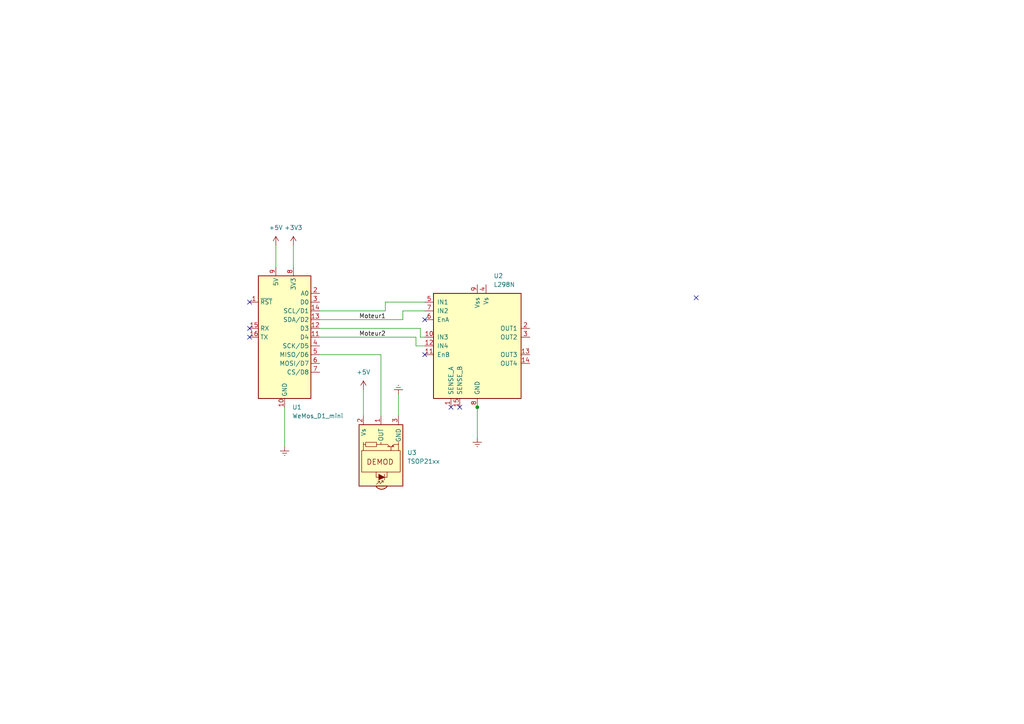
<source format=kicad_sch>
(kicad_sch (version 20230121) (generator eeschema)
  (paper "A4")
  (lib_symbols
    (symbol "Driver_Motor:L298N" (pin_names (offset 1.016))
      (property "Reference" "U" (at -10.16 16.51 0))
      (property "Value" "L298N" (at 12.7 16.51 0))
      (symbol "L298N_0_1"
        (rectangle (start -12.7 15.24) (end 12.7 -15.24) (stroke (width 0.254)) (fill (type background)))
      )
      (symbol "L298N_1_1"
        (pin power_in line (at -7.62 -17.78 90) (length 2.54) (name "SENSE_A") (number "1"))
        (pin input line (at -15.24 2.54 0) (length 2.54) (name "IN3") (number "10"))
        (pin input line (at -15.24 -2.54 0) (length 2.54) (name "EnB") (number "11"))
        (pin input line (at -15.24 0 0) (length 2.54) (name "IN4") (number "12"))
        (pin output line (at 15.24 -2.54 180) (length 2.54) (name "OUT3") (number "13"))
        (pin output line (at 15.24 -5.08 180) (length 2.54) (name "OUT4") (number "14"))
        (pin power_in line (at -5.08 -17.78 90) (length 2.54) (name "SENSE_B") (number "15"))
        (pin output line (at 15.24 5.08 180) (length 2.54) (name "OUT1") (number "2"))
        (pin output line (at 15.24 2.54 180) (length 2.54) (name "OUT2") (number "3"))
        (pin power_in line (at 2.54 17.78 270) (length 2.54) (name "Vs") (number "4"))
        (pin input line (at -15.24 12.7 0) (length 2.54) (name "IN1") (number "5"))
        (pin input line (at -15.24 7.62 0) (length 2.54) (name "EnA") (number "6"))
        (pin input line (at -15.24 10.16 0) (length 2.54) (name "IN2") (number "7"))
        (pin power_in line (at 0 -17.78 90) (length 2.54) (name "GND") (number "8"))
        (pin power_in line (at 0 17.78 270) (length 2.54) (name "Vss") (number "9"))
      )
    )
    (symbol "Interface_Optical:TSOP21xx" (pin_names (offset 1.016))
      (property "Reference" "U" (at -10.16 7.62 0))
      (property "Value" "TSOP21xx" (at -10.16 -7.62 0))
      (symbol "TSOP21xx_0_0"
        (arc (start -10.287 1.397) (mid -11.0899 -0.1852) (end -10.287 -1.778) (stroke (width 0.254)) (fill (type background)))
        (polyline (pts (xy 1.905 -5.08) (xy 0.127 -5.08)))
        (polyline (pts (xy 1.905 5.08) (xy 0.127 5.08)))
        (text "DEMOD" (at -3.175 0.254 900) (effects (font (size 1.524 1.524))))
      )
      (symbol "TSOP21xx_0_1"
        (rectangle (start -6.096 5.588) (end 0.127 -5.588))
        (polyline (pts (xy -8.763 0.381) (xy -9.652 1.27)))
        (polyline (pts (xy -8.763 0.381) (xy -9.271 0.381)))
        (polyline (pts (xy -8.763 0.381) (xy -8.763 0.889)))
        (polyline (pts (xy -8.636 -0.635) (xy -9.525 0.254)))
        (polyline (pts (xy -8.636 -0.635) (xy -9.144 -0.635)))
        (polyline (pts (xy -8.636 -0.635) (xy -8.636 -0.127)))
        (polyline (pts (xy -8.382 -1.016) (xy -6.731 -1.016)))
        (polyline (pts (xy 1.27 -2.921) (xy 0.127 -2.921)))
        (polyline (pts (xy 1.27 -1.905) (xy 1.27 -3.81)))
        (polyline (pts (xy 1.397 -3.556) (xy 1.524 -3.556)))
        (polyline (pts (xy 1.651 -3.556) (xy 1.524 -3.556)))
        (polyline (pts (xy 1.651 -3.556) (xy 1.651 -3.302)))
        (polyline (pts (xy 1.905 0) (xy 1.905 1.27)))
        (polyline (pts (xy 1.905 4.445) (xy 1.905 5.08) (xy 2.54 5.08)))
        (polyline (pts (xy -8.382 0.635) (xy -6.731 0.635) (xy -7.62 -1.016) (xy -8.382 0.635)) (fill (type outline)))
        (polyline (pts (xy -6.096 1.397) (xy -7.62 1.397) (xy -7.62 -1.778) (xy -6.096 -1.778)))
        (polyline (pts (xy 1.27 -3.175) (xy 1.905 -3.81) (xy 1.905 -5.08) (xy 2.54 -5.08)))
        (polyline (pts (xy 1.27 -2.54) (xy 1.905 -1.905) (xy 1.905 0) (xy 2.54 0)))
        (rectangle (start 2.54 1.27) (end 1.27 4.445))
        (rectangle (start 7.62 6.35) (end -10.16 -6.35) (stroke (width 0.254)) (fill (type background)))
      )
      (symbol "TSOP21xx_1_1"
        (pin output line (at 10.16 0 180) (length 2.54) (name "OUT") (number "1"))
        (pin power_in line (at 10.16 5.08 180) (length 2.54) (name "Vs") (number "2"))
        (pin power_in line (at 10.16 -5.08 180) (length 2.54) (name "GND") (number "3"))
      )
    )
    (symbol "MCU_Module:WeMos_D1_mini"
      (property "Reference" "U" (at 3.81 19.05 0))
      (property "Value" "WeMos_D1_mini" (at 1.27 -19.05 0))
      (symbol "WeMos_D1_mini_1_1"
        (rectangle (start -7.62 17.78) (end 7.62 -17.78) (stroke (width 0.254)) (fill (type background)))
        (pin input line (at -10.16 10.16 0) (length 2.54) (name "~{RST}") (number "1"))
        (pin power_in line (at 0 -20.32 90) (length 2.54) (name "GND") (number "10"))
        (pin bidirectional line (at 10.16 0 180) (length 2.54) (name "D4") (number "11"))
        (pin bidirectional line (at 10.16 2.54 180) (length 2.54) (name "D3") (number "12"))
        (pin bidirectional line (at 10.16 5.08 180) (length 2.54) (name "SDA/D2") (number "13"))
        (pin bidirectional line (at 10.16 7.62 180) (length 2.54) (name "SCL/D1") (number "14"))
        (pin input line (at -10.16 2.54 0) (length 2.54) (name "RX") (number "15"))
        (pin output line (at -10.16 0 0) (length 2.54) (name "TX") (number "16"))
        (pin input line (at 10.16 12.7 180) (length 2.54) (name "A0") (number "2"))
        (pin bidirectional line (at 10.16 10.16 180) (length 2.54) (name "D0") (number "3"))
        (pin bidirectional line (at 10.16 -2.54 180) (length 2.54) (name "SCK/D5") (number "4"))
        (pin bidirectional line (at 10.16 -5.08 180) (length 2.54) (name "MISO/D6") (number "5"))
        (pin bidirectional line (at 10.16 -7.62 180) (length 2.54) (name "MOSI/D7") (number "6"))
        (pin bidirectional line (at 10.16 -10.16 180) (length 2.54) (name "CS/D8") (number "7"))
        (pin power_out line (at 2.54 20.32 270) (length 2.54) (name "3V3") (number "8"))
        (pin power_in line (at -2.54 20.32 270) (length 2.54) (name "5V") (number "9"))
      )
    )
    (symbol "power:+3V3" (power) (pin_names (offset 0))
      (property "Value" "+3V3" (at 0 3.556 0))
      (symbol "+3V3_0_1"
        (polyline (pts (xy -0.762 1.27) (xy 0 2.54)))
        (polyline (pts (xy 0 0) (xy 0 2.54)))
        (polyline (pts (xy 0 2.54) (xy 0.762 1.27)))
      )
      (symbol "+3V3_1_1"
        (pin power_in line (at 0 0 90) (length 0) hide (name "+3V3") (number "1"))
      )
    )
    (symbol "power:+5V" (power) (pin_names (offset 0))
      (property "Value" "+5V" (at 0 3.556 0))
      (symbol "+5V_0_1"
        (polyline (pts (xy -0.762 1.27) (xy 0 2.54)))
        (polyline (pts (xy 0 0) (xy 0 2.54)))
        (polyline (pts (xy 0 2.54) (xy 0.762 1.27)))
      )
      (symbol "+5V_1_1"
        (pin power_in line (at 0 0 90) (length 0) hide (name "+5V") (number "1"))
      )
    )
    (symbol "power:Earth" (power) (pin_names (offset 0))
      (symbol "Earth_0_1"
        (polyline (pts (xy -0.635 -1.905) (xy 0.635 -1.905)))
        (polyline (pts (xy -0.127 -2.54) (xy 0.127 -2.54)))
        (polyline (pts (xy 0 -1.27) (xy 0 0)))
        (polyline (pts (xy 1.27 -1.27) (xy -1.27 -1.27)))
      )
      (symbol "Earth_1_1"
        (pin power_in line (at 0 0 270) (length 0) hide (name "Earth") (number "1"))
      )
    )
  )
  (junction (at 138.43 118.11))
  (no_connect (at 123.19 102.87))
  (no_connect (at 133.35 118.11))
  (no_connect (at 201.93 86.36))
  (no_connect (at 72.39 87.63))
  (no_connect (at 123.19 92.71))
  (no_connect (at 130.81 118.11))
  (no_connect (at 72.39 97.79))
  (no_connect (at 72.39 95.25))
  (wire (pts (xy 85.09 71.12) (xy 85.09 77.47)))
  (wire (pts (xy 105.41 113.03) (xy 105.41 120.65)))
  (wire (pts (xy 138.43 118.11) (xy 138.43 127)))
  (wire (pts (xy 82.55 118.11) (xy 82.55 129.54)))
  (wire (pts (xy 111.76 87.63) (xy 123.19 87.63)))
  (wire (pts (xy 110.49 102.87) (xy 110.49 120.65)))
  (wire (pts (xy 121.92 95.25) (xy 92.71 95.25)))
  (wire (pts (xy 92.71 92.71) (xy 116.84 92.71)))
  (wire (pts (xy 121.92 97.79) (xy 123.19 97.79)))
  (wire (pts (xy 121.92 97.79) (xy 121.92 95.25)))
  (wire (pts (xy 138.43 118.11) (xy 138.43 116.84)))
  (wire (pts (xy 111.76 90.17) (xy 111.76 87.63)))
  (wire (pts (xy 116.84 90.17) (xy 123.19 90.17)))
  (wire (pts (xy 92.71 90.17) (xy 111.76 90.17)))
  (wire (pts (xy 115.57 114.3) (xy 115.57 120.65)))
  (wire (pts (xy 116.84 92.71) (xy 116.84 90.17)))
  (wire (pts (xy 80.01 71.12) (xy 80.01 77.47)))
  (wire (pts (xy 120.65 100.33) (xy 120.65 97.79)))
  (wire (pts (xy 120.65 100.33) (xy 123.19 100.33)))
  (wire (pts (xy 92.71 102.87) (xy 110.49 102.87)))
  (wire (pts (xy 120.65 97.79) (xy 92.71 97.79)))
  (label "Moteur2" (at 104.14 97.79 0))
  (label "Moteur1" (at 104.14 92.71 0))
  (symbol (lib_id "power:Earth") (at 82.55 129.54 0) (unit 1)
    (property "Reference" "#PWR03" (effects hide))
    (property "Value" "Earth" (effects hide))
  )
  (symbol (lib_id "power:Earth") (at 138.43 127 0) (unit 1)
    (property "Reference" "#PWR04" (effects hide))
    (property "Value" "Earth" (effects hide))
  )
  (symbol (lib_id "Interface_Optical:TSOP21xx") (at 110.49 130.81 90) (unit 1)
    (property "Reference" "U3" (at 118.11 131.2749 90) (effects (justify right)))
    (property "Value" "TSOP21xx" (at 118.11 133.8149 90) (effects (justify right)))
    (property "Footprint" "OptoDevice:Vishay_MOLD-3Pin" (effects hide))
    (property "Datasheet" "http://www.vishay.com/docs/82460/tsop45.pdf" (effects hide))
  )
  (symbol (lib_id "power:Earth") (at 115.57 114.3 180) (unit 1)
    (property "Reference" "#PWR05" (effects hide))
    (property "Value" "Earth" (effects hide))
  )
  (symbol (lib_id "power:+5V") (at 80.01 71.12 0) (unit 1)
    (property "Reference" "#PWR01" (effects hide))
    (property "Value" "+5V" (at 80.01 66.04 0))
  )
  (symbol (lib_id "MCU_Module:WeMos_D1_mini") (at 82.55 97.79 0) (unit 1)
    (property "Reference" "U1" (at 84.7441 118.11 0) (effects (justify left)))
    (property "Value" "WeMos_D1_mini" (at 84.7441 120.65 0) (effects (justify left)))
    (property "Footprint" "Module:WEMOS_D1_mini_light" (effects hide))
    (property "Datasheet" "https://wiki.wemos.cc/products:d1:d1_mini#documentation" (effects hide))
  )
  (symbol (lib_id "power:+3V3") (at 85.09 71.12 0) (unit 1)
    (property "Reference" "#PWR02" (effects hide))
    (property "Value" "+3V3" (at 85.09 66.04 0))
  )
  (symbol (lib_id "Driver_Motor:L298N") (at 138.43 100.33 0) (unit 1)
    (property "Reference" "U2" (at 143.1641 80.01 0) (effects (justify left)))
    (property "Value" "L298N" (at 143.1641 82.55 0) (effects (justify left)))
    (property "Footprint" "Package_TO_SOT_THT:TO-220-15_P2.54x2.54mm_StaggerOdd_Lead4.58mm_Vertical" (effects hide))
    (property "Datasheet" "http://www.st.com/st-web-ui/static/active/en/resource/technical/document/datasheet/CD00000240.pdf" (effects hide))
  )
  (symbol (lib_id "power:+5V") (at 105.41 113.03 0) (unit 1)
    (property "Reference" "#PWR06" (effects hide))
    (property "Value" "+5V" (at 105.41 107.95 0))
  )
)
</source>
